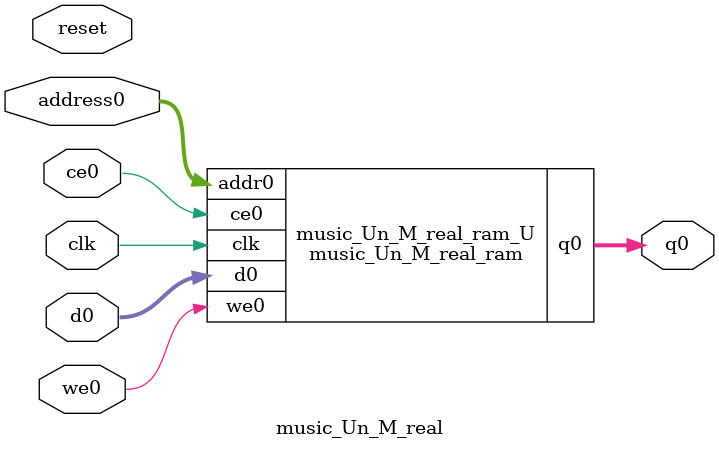
<source format=v>
`timescale 1 ns / 1 ps
module music_Un_M_real_ram (addr0, ce0, d0, we0, q0,  clk);

parameter DWIDTH = 32;
parameter AWIDTH = 3;
parameter MEM_SIZE = 8;

input[AWIDTH-1:0] addr0;
input ce0;
input[DWIDTH-1:0] d0;
input we0;
output reg[DWIDTH-1:0] q0;
input clk;

(* ram_style = "distributed" *)reg [DWIDTH-1:0] ram[0:MEM_SIZE-1];




always @(posedge clk)  
begin 
    if (ce0) 
    begin
        if (we0) 
        begin 
            ram[addr0] <= d0; 
        end 
        q0 <= ram[addr0];
    end
end


endmodule

`timescale 1 ns / 1 ps
module music_Un_M_real(
    reset,
    clk,
    address0,
    ce0,
    we0,
    d0,
    q0);

parameter DataWidth = 32'd32;
parameter AddressRange = 32'd8;
parameter AddressWidth = 32'd3;
input reset;
input clk;
input[AddressWidth - 1:0] address0;
input ce0;
input we0;
input[DataWidth - 1:0] d0;
output[DataWidth - 1:0] q0;



music_Un_M_real_ram music_Un_M_real_ram_U(
    .clk( clk ),
    .addr0( address0 ),
    .ce0( ce0 ),
    .we0( we0 ),
    .d0( d0 ),
    .q0( q0 ));

endmodule


</source>
